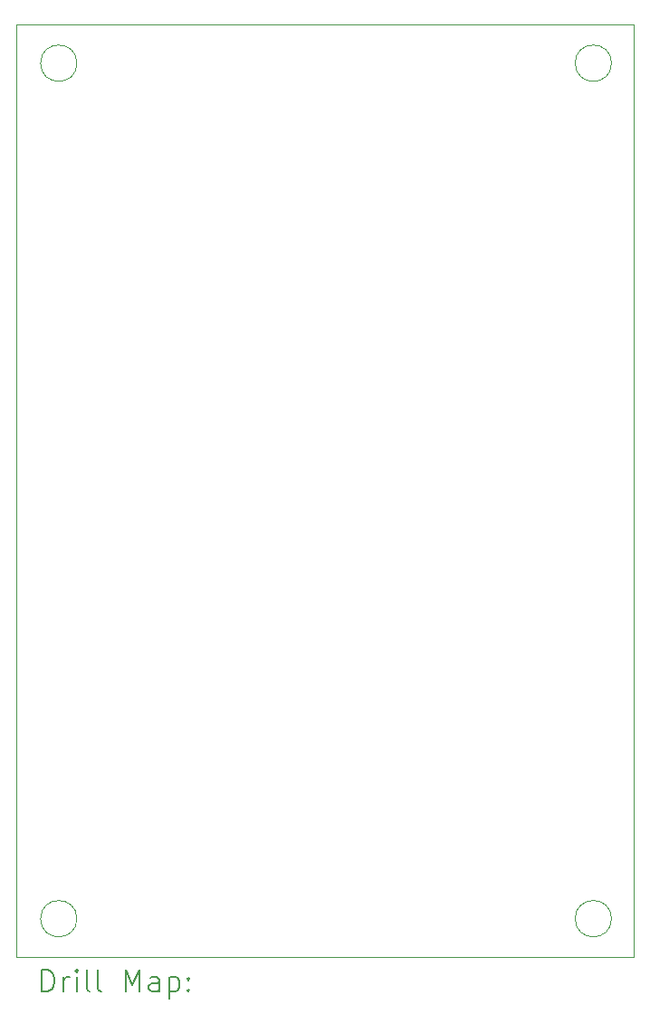
<source format=gbr>
%TF.GenerationSoftware,KiCad,Pcbnew,7.0.2*%
%TF.CreationDate,2023-07-26T12:22:07-04:00*%
%TF.ProjectId,avc-computer,6176632d-636f-46d7-9075-7465722e6b69,rev?*%
%TF.SameCoordinates,Original*%
%TF.FileFunction,Drillmap*%
%TF.FilePolarity,Positive*%
%FSLAX45Y45*%
G04 Gerber Fmt 4.5, Leading zero omitted, Abs format (unit mm)*
G04 Created by KiCad (PCBNEW 7.0.2) date 2023-07-26 12:22:07*
%MOMM*%
%LPD*%
G01*
G04 APERTURE LIST*
%ADD10C,0.100000*%
%ADD11C,0.200000*%
G04 APERTURE END LIST*
D10*
X9904000Y-13925050D02*
G75*
G03*
X9904000Y-13925050I-170000J0D01*
G01*
X9334500Y-5562600D02*
X15113000Y-5562600D01*
X15113000Y-14287500D01*
X9334500Y-14287500D01*
X9334500Y-5562600D01*
X9904000Y-5925050D02*
G75*
G03*
X9904000Y-5925050I-170000J0D01*
G01*
X14904000Y-5925050D02*
G75*
G03*
X14904000Y-5925050I-170000J0D01*
G01*
X14904000Y-13925050D02*
G75*
G03*
X14904000Y-13925050I-170000J0D01*
G01*
D11*
X9577119Y-14605024D02*
X9577119Y-14405024D01*
X9577119Y-14405024D02*
X9624738Y-14405024D01*
X9624738Y-14405024D02*
X9653310Y-14414548D01*
X9653310Y-14414548D02*
X9672357Y-14433595D01*
X9672357Y-14433595D02*
X9681881Y-14452643D01*
X9681881Y-14452643D02*
X9691405Y-14490738D01*
X9691405Y-14490738D02*
X9691405Y-14519309D01*
X9691405Y-14519309D02*
X9681881Y-14557405D01*
X9681881Y-14557405D02*
X9672357Y-14576452D01*
X9672357Y-14576452D02*
X9653310Y-14595500D01*
X9653310Y-14595500D02*
X9624738Y-14605024D01*
X9624738Y-14605024D02*
X9577119Y-14605024D01*
X9777119Y-14605024D02*
X9777119Y-14471690D01*
X9777119Y-14509786D02*
X9786643Y-14490738D01*
X9786643Y-14490738D02*
X9796167Y-14481214D01*
X9796167Y-14481214D02*
X9815214Y-14471690D01*
X9815214Y-14471690D02*
X9834262Y-14471690D01*
X9900929Y-14605024D02*
X9900929Y-14471690D01*
X9900929Y-14405024D02*
X9891405Y-14414548D01*
X9891405Y-14414548D02*
X9900929Y-14424071D01*
X9900929Y-14424071D02*
X9910452Y-14414548D01*
X9910452Y-14414548D02*
X9900929Y-14405024D01*
X9900929Y-14405024D02*
X9900929Y-14424071D01*
X10024738Y-14605024D02*
X10005690Y-14595500D01*
X10005690Y-14595500D02*
X9996167Y-14576452D01*
X9996167Y-14576452D02*
X9996167Y-14405024D01*
X10129500Y-14605024D02*
X10110452Y-14595500D01*
X10110452Y-14595500D02*
X10100929Y-14576452D01*
X10100929Y-14576452D02*
X10100929Y-14405024D01*
X10358071Y-14605024D02*
X10358071Y-14405024D01*
X10358071Y-14405024D02*
X10424738Y-14547881D01*
X10424738Y-14547881D02*
X10491405Y-14405024D01*
X10491405Y-14405024D02*
X10491405Y-14605024D01*
X10672357Y-14605024D02*
X10672357Y-14500262D01*
X10672357Y-14500262D02*
X10662833Y-14481214D01*
X10662833Y-14481214D02*
X10643786Y-14471690D01*
X10643786Y-14471690D02*
X10605690Y-14471690D01*
X10605690Y-14471690D02*
X10586643Y-14481214D01*
X10672357Y-14595500D02*
X10653310Y-14605024D01*
X10653310Y-14605024D02*
X10605690Y-14605024D01*
X10605690Y-14605024D02*
X10586643Y-14595500D01*
X10586643Y-14595500D02*
X10577119Y-14576452D01*
X10577119Y-14576452D02*
X10577119Y-14557405D01*
X10577119Y-14557405D02*
X10586643Y-14538357D01*
X10586643Y-14538357D02*
X10605690Y-14528833D01*
X10605690Y-14528833D02*
X10653310Y-14528833D01*
X10653310Y-14528833D02*
X10672357Y-14519309D01*
X10767595Y-14471690D02*
X10767595Y-14671690D01*
X10767595Y-14481214D02*
X10786643Y-14471690D01*
X10786643Y-14471690D02*
X10824738Y-14471690D01*
X10824738Y-14471690D02*
X10843786Y-14481214D01*
X10843786Y-14481214D02*
X10853310Y-14490738D01*
X10853310Y-14490738D02*
X10862833Y-14509786D01*
X10862833Y-14509786D02*
X10862833Y-14566928D01*
X10862833Y-14566928D02*
X10853310Y-14585976D01*
X10853310Y-14585976D02*
X10843786Y-14595500D01*
X10843786Y-14595500D02*
X10824738Y-14605024D01*
X10824738Y-14605024D02*
X10786643Y-14605024D01*
X10786643Y-14605024D02*
X10767595Y-14595500D01*
X10948548Y-14585976D02*
X10958071Y-14595500D01*
X10958071Y-14595500D02*
X10948548Y-14605024D01*
X10948548Y-14605024D02*
X10939024Y-14595500D01*
X10939024Y-14595500D02*
X10948548Y-14585976D01*
X10948548Y-14585976D02*
X10948548Y-14605024D01*
X10948548Y-14481214D02*
X10958071Y-14490738D01*
X10958071Y-14490738D02*
X10948548Y-14500262D01*
X10948548Y-14500262D02*
X10939024Y-14490738D01*
X10939024Y-14490738D02*
X10948548Y-14481214D01*
X10948548Y-14481214D02*
X10948548Y-14500262D01*
M02*

</source>
